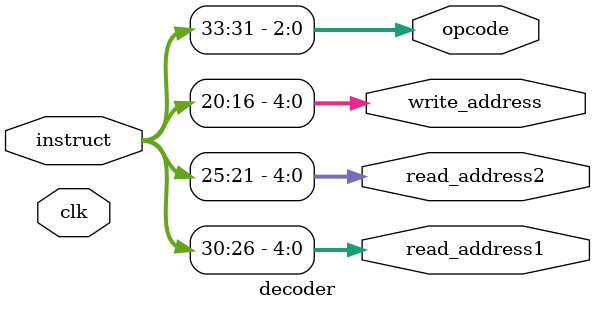
<source format=v>
module decoder(instruct,clk,read_address1,read_address2,write_address,opcode);
    input[33:0] instruct;
    input clk;
    output wire[4:0] read_address1,read_address2,write_address;
    output wire[2:0] opcode;

    assign opcode = instruct[33:31];
    assign read_address1 = instruct[30:26];
    assign read_address2 = instruct[25:21];
    assign write_address = instruct[20:16];

endmodule
</source>
